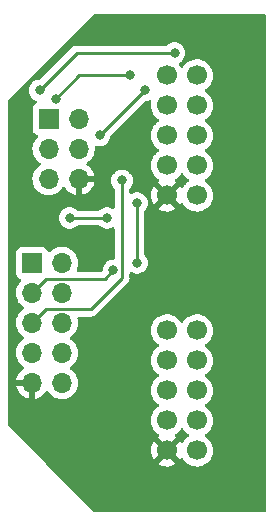
<source format=gbr>
G04 #@! TF.GenerationSoftware,KiCad,Pcbnew,(6.0.0)*
G04 #@! TF.CreationDate,2022-01-07T01:25:47-05:00*
G04 #@! TF.ProjectId,SKR-Mini_Screen,534b522d-4d69-46e6-995f-53637265656e,rev?*
G04 #@! TF.SameCoordinates,Original*
G04 #@! TF.FileFunction,Copper,L2,Bot*
G04 #@! TF.FilePolarity,Positive*
%FSLAX46Y46*%
G04 Gerber Fmt 4.6, Leading zero omitted, Abs format (unit mm)*
G04 Created by KiCad (PCBNEW (6.0.0)) date 2022-01-07 01:25:47*
%MOMM*%
%LPD*%
G01*
G04 APERTURE LIST*
G04 #@! TA.AperFunction,ComponentPad*
%ADD10C,1.700000*%
G04 #@! TD*
G04 #@! TA.AperFunction,ComponentPad*
%ADD11O,1.700000X1.700000*%
G04 #@! TD*
G04 #@! TA.AperFunction,ComponentPad*
%ADD12R,1.700000X1.700000*%
G04 #@! TD*
G04 #@! TA.AperFunction,ViaPad*
%ADD13C,0.800000*%
G04 #@! TD*
G04 #@! TA.AperFunction,Conductor*
%ADD14C,0.250000*%
G04 #@! TD*
G04 APERTURE END LIST*
D10*
X139700000Y-100965000D03*
X137160000Y-100965000D03*
X139700000Y-98425000D03*
X137160000Y-98425000D03*
X139700000Y-95885000D03*
X137160000Y-95885000D03*
X139700000Y-93345000D03*
X137160000Y-93345000D03*
X139700000Y-90805000D03*
X137160000Y-90805000D03*
X139700000Y-122555000D03*
X137160000Y-122555000D03*
X139700000Y-120015000D03*
X137160000Y-120015000D03*
X139700000Y-117475000D03*
X137160000Y-117475000D03*
X139700000Y-114935000D03*
X137160000Y-114935000D03*
X139700000Y-112395000D03*
X137160000Y-112395000D03*
D11*
X128270000Y-116840000D03*
X125730000Y-116840000D03*
X128270000Y-114300000D03*
X125730000Y-114300000D03*
X128270000Y-111760000D03*
X125730000Y-111760000D03*
X128270000Y-109220000D03*
X125730000Y-109220000D03*
X128270000Y-106680000D03*
D12*
X125730000Y-106680000D03*
D11*
X129673000Y-99568000D03*
X127133000Y-99568000D03*
X129673000Y-97028000D03*
X127133000Y-97028000D03*
X129673000Y-94488000D03*
D12*
X127133000Y-94488000D03*
D13*
X133350000Y-99695000D03*
X132625000Y-107315000D03*
X134620000Y-106680000D03*
X134620000Y-101600000D03*
X131445000Y-95885000D03*
X135255000Y-92075000D03*
X137795000Y-88900000D03*
X126365000Y-92075000D03*
X133985000Y-90805000D03*
X127723000Y-92798000D03*
X132080000Y-102870000D03*
X128905000Y-102870000D03*
D14*
X126579999Y-110910001D02*
X125730000Y-111760000D01*
X133350000Y-99695000D02*
X133350000Y-107951410D01*
X126905001Y-110584999D02*
X126579999Y-110910001D01*
X133350000Y-107951410D02*
X130716411Y-110584999D01*
X130716411Y-110584999D02*
X126905001Y-110584999D01*
X131895001Y-108044999D02*
X132625000Y-107315000D01*
X125730000Y-109220000D02*
X126905001Y-108044999D01*
X126905001Y-108044999D02*
X131895001Y-108044999D01*
X134620000Y-106680000D02*
X134620000Y-101600000D01*
X131445000Y-95885000D02*
X135255000Y-92075000D01*
X129540000Y-88900000D02*
X126365000Y-92075000D01*
X137795000Y-88900000D02*
X129540000Y-88900000D01*
X129716000Y-90805000D02*
X133985000Y-90805000D01*
X127723000Y-92798000D02*
X129716000Y-90805000D01*
X128905000Y-102870000D02*
X132080000Y-102870000D01*
G04 #@! TA.AperFunction,Conductor*
G36*
X145484121Y-85618002D02*
G01*
X145530614Y-85671658D01*
X145542000Y-85724000D01*
X145542000Y-127636000D01*
X145521998Y-127704121D01*
X145468342Y-127750614D01*
X145416000Y-127762000D01*
X131072610Y-127762000D01*
X131004489Y-127741998D01*
X130983515Y-127725095D01*
X126938273Y-123679853D01*
X136399977Y-123679853D01*
X136405258Y-123686907D01*
X136566756Y-123781279D01*
X136576042Y-123785729D01*
X136775001Y-123861703D01*
X136784899Y-123864579D01*
X136993595Y-123907038D01*
X137003823Y-123908257D01*
X137216650Y-123916062D01*
X137226936Y-123915595D01*
X137438185Y-123888534D01*
X137448262Y-123886392D01*
X137652255Y-123825191D01*
X137661842Y-123821433D01*
X137853098Y-123727738D01*
X137861944Y-123722465D01*
X137909247Y-123688723D01*
X137917648Y-123678023D01*
X137910660Y-123664870D01*
X137172812Y-122927022D01*
X137158868Y-122919408D01*
X137157035Y-122919539D01*
X137150420Y-122923790D01*
X136406737Y-123667473D01*
X136399977Y-123679853D01*
X126938273Y-123679853D01*
X125785283Y-122526863D01*
X135798050Y-122526863D01*
X135810309Y-122739477D01*
X135811745Y-122749697D01*
X135858565Y-122957446D01*
X135861645Y-122967275D01*
X135941770Y-123164603D01*
X135946413Y-123173794D01*
X136026460Y-123304420D01*
X136036916Y-123313880D01*
X136045694Y-123310096D01*
X136787978Y-122567812D01*
X136795592Y-122553868D01*
X136795461Y-122552035D01*
X136791210Y-122545420D01*
X136049849Y-121804059D01*
X136038313Y-121797759D01*
X136026031Y-121807382D01*
X135978089Y-121877662D01*
X135973004Y-121886613D01*
X135883338Y-122079783D01*
X135879775Y-122089470D01*
X135822864Y-122294681D01*
X135820933Y-122304800D01*
X135798302Y-122516574D01*
X135798050Y-122526863D01*
X125785283Y-122526863D01*
X123734905Y-120476485D01*
X123700879Y-120414173D01*
X123698000Y-120387390D01*
X123698000Y-119981695D01*
X135797251Y-119981695D01*
X135797548Y-119986848D01*
X135797548Y-119986851D01*
X135803011Y-120081590D01*
X135810110Y-120204715D01*
X135811247Y-120209761D01*
X135811248Y-120209767D01*
X135831119Y-120297939D01*
X135859222Y-120422639D01*
X135943266Y-120629616D01*
X135987512Y-120701819D01*
X136057291Y-120815688D01*
X136059987Y-120820088D01*
X136206250Y-120988938D01*
X136378126Y-121131632D01*
X136451445Y-121174476D01*
X136451955Y-121174774D01*
X136500679Y-121226412D01*
X136513750Y-121296195D01*
X136487019Y-121361967D01*
X136446562Y-121395327D01*
X136438460Y-121399544D01*
X136429734Y-121405039D01*
X136409677Y-121420099D01*
X136401223Y-121431427D01*
X136407968Y-121443758D01*
X137147188Y-122182978D01*
X137161132Y-122190592D01*
X137162965Y-122190461D01*
X137169580Y-122186210D01*
X137913389Y-121442401D01*
X137920410Y-121429544D01*
X137913611Y-121420213D01*
X137909559Y-121417521D01*
X137872602Y-121397120D01*
X137822631Y-121346687D01*
X137807859Y-121277245D01*
X137832975Y-121210839D01*
X137860327Y-121184232D01*
X137883797Y-121167491D01*
X138039860Y-121056173D01*
X138198096Y-120898489D01*
X138257594Y-120815689D01*
X138328453Y-120717077D01*
X138329776Y-120718028D01*
X138376645Y-120674857D01*
X138446580Y-120662625D01*
X138512026Y-120690144D01*
X138539875Y-120721994D01*
X138599987Y-120820088D01*
X138746250Y-120988938D01*
X138918126Y-121131632D01*
X138988595Y-121172811D01*
X138991445Y-121174476D01*
X139040169Y-121226114D01*
X139053240Y-121295897D01*
X139026509Y-121361669D01*
X138986055Y-121395027D01*
X138973607Y-121401507D01*
X138969474Y-121404610D01*
X138969471Y-121404612D01*
X138799100Y-121532530D01*
X138794965Y-121535635D01*
X138640629Y-121697138D01*
X138567693Y-121804059D01*
X138532898Y-121855066D01*
X138477987Y-121900069D01*
X138407462Y-121908240D01*
X138343715Y-121876986D01*
X138323017Y-121852501D01*
X138293062Y-121806197D01*
X138282377Y-121796995D01*
X138272812Y-121801398D01*
X137532022Y-122542188D01*
X137524408Y-122556132D01*
X137524539Y-122557965D01*
X137528790Y-122564580D01*
X138270474Y-123306264D01*
X138282484Y-123312823D01*
X138294223Y-123303855D01*
X138328022Y-123256819D01*
X138329277Y-123257721D01*
X138376391Y-123214355D01*
X138446330Y-123202148D01*
X138511767Y-123229691D01*
X138539580Y-123261513D01*
X138597287Y-123355683D01*
X138597291Y-123355688D01*
X138599987Y-123360088D01*
X138746250Y-123528938D01*
X138918126Y-123671632D01*
X139111000Y-123784338D01*
X139319692Y-123864030D01*
X139324760Y-123865061D01*
X139324763Y-123865062D01*
X139429604Y-123886392D01*
X139538597Y-123908567D01*
X139543772Y-123908757D01*
X139543774Y-123908757D01*
X139756673Y-123916564D01*
X139756677Y-123916564D01*
X139761837Y-123916753D01*
X139766957Y-123916097D01*
X139766959Y-123916097D01*
X139978288Y-123889025D01*
X139978289Y-123889025D01*
X139983416Y-123888368D01*
X139988366Y-123886883D01*
X140192429Y-123825661D01*
X140192434Y-123825659D01*
X140197384Y-123824174D01*
X140397994Y-123725896D01*
X140579860Y-123596173D01*
X140738096Y-123438489D01*
X140868453Y-123257077D01*
X140889568Y-123214355D01*
X140965136Y-123061453D01*
X140965137Y-123061451D01*
X140967430Y-123056811D01*
X141032370Y-122843069D01*
X141061529Y-122621590D01*
X141063156Y-122555000D01*
X141044852Y-122332361D01*
X140990431Y-122115702D01*
X140901354Y-121910840D01*
X140780014Y-121723277D01*
X140629670Y-121558051D01*
X140625619Y-121554852D01*
X140625615Y-121554848D01*
X140458414Y-121422800D01*
X140458410Y-121422798D01*
X140454359Y-121419598D01*
X140413053Y-121396796D01*
X140363084Y-121346364D01*
X140348312Y-121276921D01*
X140373428Y-121210516D01*
X140400780Y-121183909D01*
X140444603Y-121152650D01*
X140579860Y-121056173D01*
X140738096Y-120898489D01*
X140797594Y-120815689D01*
X140865435Y-120721277D01*
X140868453Y-120717077D01*
X140883577Y-120686477D01*
X140965136Y-120521453D01*
X140965137Y-120521451D01*
X140967430Y-120516811D01*
X141032370Y-120303069D01*
X141061529Y-120081590D01*
X141063156Y-120015000D01*
X141044852Y-119792361D01*
X140990431Y-119575702D01*
X140901354Y-119370840D01*
X140780014Y-119183277D01*
X140629670Y-119018051D01*
X140625619Y-119014852D01*
X140625615Y-119014848D01*
X140458414Y-118882800D01*
X140458410Y-118882798D01*
X140454359Y-118879598D01*
X140413053Y-118856796D01*
X140363084Y-118806364D01*
X140348312Y-118736921D01*
X140373428Y-118670516D01*
X140400780Y-118643909D01*
X140444603Y-118612650D01*
X140579860Y-118516173D01*
X140738096Y-118358489D01*
X140797594Y-118275689D01*
X140865435Y-118181277D01*
X140868453Y-118177077D01*
X140872243Y-118169410D01*
X140965136Y-117981453D01*
X140965137Y-117981451D01*
X140967430Y-117976811D01*
X141032370Y-117763069D01*
X141061529Y-117541590D01*
X141061611Y-117538240D01*
X141063074Y-117478365D01*
X141063074Y-117478361D01*
X141063156Y-117475000D01*
X141044852Y-117252361D01*
X140990431Y-117035702D01*
X140901354Y-116830840D01*
X140824473Y-116712000D01*
X140782822Y-116647617D01*
X140782820Y-116647614D01*
X140780014Y-116643277D01*
X140629670Y-116478051D01*
X140625619Y-116474852D01*
X140625615Y-116474848D01*
X140458414Y-116342800D01*
X140458410Y-116342798D01*
X140454359Y-116339598D01*
X140413053Y-116316796D01*
X140363084Y-116266364D01*
X140348312Y-116196921D01*
X140373428Y-116130516D01*
X140400780Y-116103909D01*
X140444603Y-116072650D01*
X140579860Y-115976173D01*
X140738096Y-115818489D01*
X140797594Y-115735689D01*
X140865435Y-115641277D01*
X140868453Y-115637077D01*
X140889320Y-115594857D01*
X140965136Y-115441453D01*
X140965137Y-115441451D01*
X140967430Y-115436811D01*
X141032370Y-115223069D01*
X141061529Y-115001590D01*
X141061611Y-114998240D01*
X141063074Y-114938365D01*
X141063074Y-114938361D01*
X141063156Y-114935000D01*
X141044852Y-114712361D01*
X140990431Y-114495702D01*
X140901354Y-114290840D01*
X140780014Y-114103277D01*
X140629670Y-113938051D01*
X140625619Y-113934852D01*
X140625615Y-113934848D01*
X140458414Y-113802800D01*
X140458410Y-113802798D01*
X140454359Y-113799598D01*
X140413053Y-113776796D01*
X140363084Y-113726364D01*
X140348312Y-113656921D01*
X140373428Y-113590516D01*
X140400780Y-113563909D01*
X140444603Y-113532650D01*
X140579860Y-113436173D01*
X140738096Y-113278489D01*
X140797594Y-113195689D01*
X140865435Y-113101277D01*
X140868453Y-113097077D01*
X140889320Y-113054857D01*
X140965136Y-112901453D01*
X140965137Y-112901451D01*
X140967430Y-112896811D01*
X141032370Y-112683069D01*
X141061529Y-112461590D01*
X141061611Y-112458240D01*
X141063074Y-112398365D01*
X141063074Y-112398361D01*
X141063156Y-112395000D01*
X141044852Y-112172361D01*
X140990431Y-111955702D01*
X140901354Y-111750840D01*
X140780014Y-111563277D01*
X140629670Y-111398051D01*
X140625619Y-111394852D01*
X140625615Y-111394848D01*
X140458414Y-111262800D01*
X140458410Y-111262798D01*
X140454359Y-111259598D01*
X140258789Y-111151638D01*
X140253920Y-111149914D01*
X140253916Y-111149912D01*
X140053087Y-111078795D01*
X140053083Y-111078794D01*
X140048212Y-111077069D01*
X140043119Y-111076162D01*
X140043116Y-111076161D01*
X139833373Y-111038800D01*
X139833367Y-111038799D01*
X139828284Y-111037894D01*
X139754452Y-111036992D01*
X139610081Y-111035228D01*
X139610079Y-111035228D01*
X139604911Y-111035165D01*
X139384091Y-111068955D01*
X139171756Y-111138357D01*
X139141443Y-111154137D01*
X139018760Y-111218002D01*
X138973607Y-111241507D01*
X138969474Y-111244610D01*
X138969471Y-111244612D01*
X138903297Y-111294297D01*
X138794965Y-111375635D01*
X138640629Y-111537138D01*
X138533201Y-111694621D01*
X138478293Y-111739621D01*
X138407768Y-111747792D01*
X138344021Y-111716538D01*
X138323324Y-111692054D01*
X138242822Y-111567617D01*
X138242820Y-111567614D01*
X138240014Y-111563277D01*
X138089670Y-111398051D01*
X138085619Y-111394852D01*
X138085615Y-111394848D01*
X137918414Y-111262800D01*
X137918410Y-111262798D01*
X137914359Y-111259598D01*
X137718789Y-111151638D01*
X137713920Y-111149914D01*
X137713916Y-111149912D01*
X137513087Y-111078795D01*
X137513083Y-111078794D01*
X137508212Y-111077069D01*
X137503119Y-111076162D01*
X137503116Y-111076161D01*
X137293373Y-111038800D01*
X137293367Y-111038799D01*
X137288284Y-111037894D01*
X137214452Y-111036992D01*
X137070081Y-111035228D01*
X137070079Y-111035228D01*
X137064911Y-111035165D01*
X136844091Y-111068955D01*
X136631756Y-111138357D01*
X136601443Y-111154137D01*
X136478760Y-111218002D01*
X136433607Y-111241507D01*
X136429474Y-111244610D01*
X136429471Y-111244612D01*
X136363297Y-111294297D01*
X136254965Y-111375635D01*
X136100629Y-111537138D01*
X135974743Y-111721680D01*
X135880688Y-111924305D01*
X135820989Y-112139570D01*
X135797251Y-112361695D01*
X135797548Y-112366848D01*
X135797548Y-112366851D01*
X135803011Y-112461590D01*
X135810110Y-112584715D01*
X135811247Y-112589761D01*
X135811248Y-112589767D01*
X135831119Y-112677939D01*
X135859222Y-112802639D01*
X135943266Y-113009616D01*
X135993361Y-113091364D01*
X136057291Y-113195688D01*
X136059987Y-113200088D01*
X136206250Y-113368938D01*
X136378126Y-113511632D01*
X136448595Y-113552811D01*
X136451445Y-113554476D01*
X136500169Y-113606114D01*
X136513240Y-113675897D01*
X136486509Y-113741669D01*
X136446055Y-113775027D01*
X136433607Y-113781507D01*
X136429474Y-113784610D01*
X136429471Y-113784612D01*
X136259100Y-113912530D01*
X136254965Y-113915635D01*
X136100629Y-114077138D01*
X135974743Y-114261680D01*
X135880688Y-114464305D01*
X135820989Y-114679570D01*
X135797251Y-114901695D01*
X135797548Y-114906848D01*
X135797548Y-114906851D01*
X135803011Y-115001590D01*
X135810110Y-115124715D01*
X135811247Y-115129761D01*
X135811248Y-115129767D01*
X135831119Y-115217939D01*
X135859222Y-115342639D01*
X135943266Y-115549616D01*
X135993361Y-115631364D01*
X136057291Y-115735688D01*
X136059987Y-115740088D01*
X136206250Y-115908938D01*
X136378126Y-116051632D01*
X136448595Y-116092811D01*
X136451445Y-116094476D01*
X136500169Y-116146114D01*
X136513240Y-116215897D01*
X136486509Y-116281669D01*
X136446055Y-116315027D01*
X136433607Y-116321507D01*
X136429474Y-116324610D01*
X136429471Y-116324612D01*
X136259100Y-116452530D01*
X136254965Y-116455635D01*
X136100629Y-116617138D01*
X136097720Y-116621403D01*
X136097714Y-116621411D01*
X136012556Y-116746249D01*
X135974743Y-116801680D01*
X135880688Y-117004305D01*
X135820989Y-117219570D01*
X135797251Y-117441695D01*
X135797548Y-117446848D01*
X135797548Y-117446851D01*
X135808707Y-117640388D01*
X135810110Y-117664715D01*
X135811247Y-117669761D01*
X135811248Y-117669767D01*
X135831119Y-117757939D01*
X135859222Y-117882639D01*
X135943266Y-118089616D01*
X135985488Y-118158517D01*
X136057291Y-118275688D01*
X136059987Y-118280088D01*
X136206250Y-118448938D01*
X136378126Y-118591632D01*
X136448595Y-118632811D01*
X136451445Y-118634476D01*
X136500169Y-118686114D01*
X136513240Y-118755897D01*
X136486509Y-118821669D01*
X136446055Y-118855027D01*
X136433607Y-118861507D01*
X136429474Y-118864610D01*
X136429471Y-118864612D01*
X136405247Y-118882800D01*
X136254965Y-118995635D01*
X136100629Y-119157138D01*
X135974743Y-119341680D01*
X135880688Y-119544305D01*
X135820989Y-119759570D01*
X135797251Y-119981695D01*
X123698000Y-119981695D01*
X123698000Y-117107966D01*
X124398257Y-117107966D01*
X124428565Y-117242446D01*
X124431645Y-117252275D01*
X124511770Y-117449603D01*
X124516413Y-117458794D01*
X124627694Y-117640388D01*
X124633777Y-117648699D01*
X124773213Y-117809667D01*
X124780580Y-117816883D01*
X124944434Y-117952916D01*
X124952881Y-117958831D01*
X125136756Y-118066279D01*
X125146042Y-118070729D01*
X125345001Y-118146703D01*
X125354899Y-118149579D01*
X125458250Y-118170606D01*
X125472299Y-118169410D01*
X125476000Y-118159065D01*
X125476000Y-117112115D01*
X125471525Y-117096876D01*
X125470135Y-117095671D01*
X125462452Y-117094000D01*
X124413225Y-117094000D01*
X124399694Y-117097973D01*
X124398257Y-117107966D01*
X123698000Y-117107966D01*
X123698000Y-114266695D01*
X124367251Y-114266695D01*
X124367548Y-114271848D01*
X124367548Y-114271851D01*
X124373011Y-114366590D01*
X124380110Y-114489715D01*
X124381247Y-114494761D01*
X124381248Y-114494767D01*
X124381459Y-114495702D01*
X124429222Y-114707639D01*
X124513266Y-114914616D01*
X124564019Y-114997438D01*
X124627291Y-115100688D01*
X124629987Y-115105088D01*
X124776250Y-115273938D01*
X124948126Y-115416632D01*
X124990602Y-115441453D01*
X125021955Y-115459774D01*
X125070679Y-115511412D01*
X125083750Y-115581195D01*
X125057019Y-115646967D01*
X125016562Y-115680327D01*
X125008457Y-115684546D01*
X124999738Y-115690036D01*
X124829433Y-115817905D01*
X124821726Y-115824748D01*
X124674590Y-115978717D01*
X124668104Y-115986727D01*
X124548098Y-116162649D01*
X124543000Y-116171623D01*
X124453338Y-116364783D01*
X124449775Y-116374470D01*
X124394389Y-116574183D01*
X124395912Y-116582607D01*
X124408292Y-116586000D01*
X125858000Y-116586000D01*
X125926121Y-116606002D01*
X125972614Y-116659658D01*
X125984000Y-116712000D01*
X125984000Y-118158517D01*
X125988064Y-118172359D01*
X126001478Y-118174393D01*
X126008184Y-118173534D01*
X126018262Y-118171392D01*
X126222255Y-118110191D01*
X126231842Y-118106433D01*
X126423095Y-118012739D01*
X126431945Y-118007464D01*
X126605328Y-117883792D01*
X126613200Y-117877139D01*
X126764052Y-117726812D01*
X126770730Y-117718965D01*
X126898022Y-117541819D01*
X126899279Y-117542722D01*
X126946373Y-117499362D01*
X127016311Y-117487145D01*
X127081751Y-117514678D01*
X127109579Y-117546511D01*
X127169987Y-117645088D01*
X127316250Y-117813938D01*
X127488126Y-117956632D01*
X127681000Y-118069338D01*
X127685825Y-118071180D01*
X127685826Y-118071181D01*
X127758612Y-118098975D01*
X127889692Y-118149030D01*
X127894760Y-118150061D01*
X127894763Y-118150062D01*
X127989862Y-118169410D01*
X128108597Y-118193567D01*
X128113772Y-118193757D01*
X128113774Y-118193757D01*
X128326673Y-118201564D01*
X128326677Y-118201564D01*
X128331837Y-118201753D01*
X128336957Y-118201097D01*
X128336959Y-118201097D01*
X128548288Y-118174025D01*
X128548289Y-118174025D01*
X128553416Y-118173368D01*
X128558366Y-118171883D01*
X128762429Y-118110661D01*
X128762434Y-118110659D01*
X128767384Y-118109174D01*
X128967994Y-118010896D01*
X129149860Y-117881173D01*
X129308096Y-117723489D01*
X129438453Y-117542077D01*
X129451995Y-117514678D01*
X129535136Y-117346453D01*
X129535137Y-117346451D01*
X129537430Y-117341811D01*
X129602370Y-117128069D01*
X129631529Y-116906590D01*
X129633156Y-116840000D01*
X129614852Y-116617361D01*
X129560431Y-116400702D01*
X129471354Y-116195840D01*
X129350014Y-116008277D01*
X129199670Y-115843051D01*
X129195619Y-115839852D01*
X129195615Y-115839848D01*
X129028414Y-115707800D01*
X129028410Y-115707798D01*
X129024359Y-115704598D01*
X128983053Y-115681796D01*
X128933084Y-115631364D01*
X128918312Y-115561921D01*
X128943428Y-115495516D01*
X128970780Y-115468909D01*
X129035591Y-115422680D01*
X129149860Y-115341173D01*
X129308096Y-115183489D01*
X129367594Y-115100689D01*
X129435435Y-115006277D01*
X129438453Y-115002077D01*
X129459320Y-114959857D01*
X129535136Y-114806453D01*
X129535137Y-114806451D01*
X129537430Y-114801811D01*
X129602370Y-114588069D01*
X129631529Y-114366590D01*
X129633156Y-114300000D01*
X129614852Y-114077361D01*
X129560431Y-113860702D01*
X129471354Y-113655840D01*
X129350014Y-113468277D01*
X129199670Y-113303051D01*
X129195619Y-113299852D01*
X129195615Y-113299848D01*
X129028414Y-113167800D01*
X129028410Y-113167798D01*
X129024359Y-113164598D01*
X128983053Y-113141796D01*
X128933084Y-113091364D01*
X128918312Y-113021921D01*
X128943428Y-112955516D01*
X128970780Y-112928909D01*
X129035591Y-112882680D01*
X129149860Y-112801173D01*
X129308096Y-112643489D01*
X129367594Y-112560689D01*
X129435435Y-112466277D01*
X129438453Y-112462077D01*
X129459320Y-112419857D01*
X129535136Y-112266453D01*
X129535137Y-112266451D01*
X129537430Y-112261811D01*
X129602370Y-112048069D01*
X129631529Y-111826590D01*
X129633156Y-111760000D01*
X129614852Y-111537361D01*
X129607906Y-111509707D01*
X129574119Y-111375194D01*
X129576923Y-111304253D01*
X129617636Y-111246090D01*
X129683332Y-111219171D01*
X129696323Y-111218499D01*
X130637644Y-111218499D01*
X130648827Y-111219026D01*
X130656320Y-111220701D01*
X130664246Y-111220452D01*
X130664247Y-111220452D01*
X130724397Y-111218561D01*
X130728356Y-111218499D01*
X130756267Y-111218499D01*
X130760202Y-111218002D01*
X130760267Y-111217994D01*
X130772104Y-111217061D01*
X130804362Y-111216047D01*
X130808381Y-111215921D01*
X130816300Y-111215672D01*
X130835754Y-111210020D01*
X130855111Y-111206012D01*
X130867341Y-111204467D01*
X130867342Y-111204467D01*
X130875208Y-111203473D01*
X130882579Y-111200554D01*
X130882581Y-111200554D01*
X130916323Y-111187195D01*
X130927553Y-111183350D01*
X130962394Y-111173228D01*
X130962395Y-111173228D01*
X130970004Y-111171017D01*
X130976823Y-111166984D01*
X130976828Y-111166982D01*
X130987439Y-111160706D01*
X131005187Y-111152011D01*
X131024028Y-111144551D01*
X131032554Y-111138357D01*
X131059798Y-111118563D01*
X131069718Y-111112047D01*
X131100946Y-111093579D01*
X131100949Y-111093577D01*
X131107773Y-111089541D01*
X131122094Y-111075220D01*
X131137128Y-111062379D01*
X131147105Y-111055130D01*
X131153518Y-111050471D01*
X131181709Y-111016394D01*
X131189699Y-111007615D01*
X133742247Y-108455067D01*
X133750537Y-108447523D01*
X133757018Y-108443410D01*
X133803659Y-108393742D01*
X133806413Y-108390901D01*
X133826134Y-108371180D01*
X133828612Y-108367985D01*
X133836318Y-108358963D01*
X133861158Y-108332511D01*
X133866586Y-108326731D01*
X133876346Y-108308978D01*
X133887199Y-108292455D01*
X133894753Y-108282716D01*
X133899613Y-108276451D01*
X133917176Y-108235867D01*
X133922383Y-108225237D01*
X133943695Y-108186470D01*
X133945666Y-108178793D01*
X133945668Y-108178788D01*
X133948732Y-108166852D01*
X133955138Y-108148140D01*
X133960033Y-108136829D01*
X133963181Y-108129555D01*
X133964421Y-108121727D01*
X133964423Y-108121720D01*
X133970099Y-108085886D01*
X133972505Y-108074266D01*
X133981528Y-108039121D01*
X133981528Y-108039120D01*
X133983500Y-108031440D01*
X133983500Y-108011186D01*
X133985051Y-107991475D01*
X133986980Y-107979296D01*
X133988220Y-107971467D01*
X133984059Y-107927448D01*
X133983500Y-107915591D01*
X133983500Y-107584782D01*
X134003502Y-107516661D01*
X134057158Y-107470168D01*
X134127432Y-107460064D01*
X134162730Y-107472282D01*
X134163248Y-107471118D01*
X134337712Y-107548794D01*
X134431113Y-107568647D01*
X134518056Y-107587128D01*
X134518061Y-107587128D01*
X134524513Y-107588500D01*
X134715487Y-107588500D01*
X134721939Y-107587128D01*
X134721944Y-107587128D01*
X134808888Y-107568647D01*
X134902288Y-107548794D01*
X134908319Y-107546109D01*
X135070722Y-107473803D01*
X135070724Y-107473802D01*
X135076752Y-107471118D01*
X135091967Y-107460064D01*
X135221135Y-107366217D01*
X135231253Y-107358866D01*
X135235675Y-107353955D01*
X135354621Y-107221852D01*
X135354622Y-107221851D01*
X135359040Y-107216944D01*
X135454527Y-107051556D01*
X135513542Y-106869928D01*
X135526157Y-106749908D01*
X135532814Y-106686565D01*
X135533504Y-106680000D01*
X135528485Y-106632251D01*
X135514232Y-106496635D01*
X135514232Y-106496633D01*
X135513542Y-106490072D01*
X135454527Y-106308444D01*
X135438394Y-106280500D01*
X135362341Y-106148774D01*
X135359040Y-106143056D01*
X135285863Y-106061785D01*
X135255147Y-105997779D01*
X135253500Y-105977476D01*
X135253500Y-102302524D01*
X135273502Y-102234403D01*
X135285858Y-102218221D01*
X135359040Y-102136944D01*
X135386228Y-102089853D01*
X136399977Y-102089853D01*
X136405258Y-102096907D01*
X136566756Y-102191279D01*
X136576042Y-102195729D01*
X136775001Y-102271703D01*
X136784899Y-102274579D01*
X136993595Y-102317038D01*
X137003823Y-102318257D01*
X137216650Y-102326062D01*
X137226936Y-102325595D01*
X137438185Y-102298534D01*
X137448262Y-102296392D01*
X137652255Y-102235191D01*
X137661842Y-102231433D01*
X137853098Y-102137738D01*
X137861944Y-102132465D01*
X137909247Y-102098723D01*
X137917648Y-102088023D01*
X137910660Y-102074870D01*
X137172812Y-101337022D01*
X137158868Y-101329408D01*
X137157035Y-101329539D01*
X137150420Y-101333790D01*
X136406737Y-102077473D01*
X136399977Y-102089853D01*
X135386228Y-102089853D01*
X135417314Y-102036010D01*
X135451223Y-101977279D01*
X135451224Y-101977278D01*
X135454527Y-101971556D01*
X135513542Y-101789928D01*
X135521538Y-101713855D01*
X135532814Y-101606565D01*
X135533504Y-101600000D01*
X135519993Y-101471453D01*
X135514232Y-101416635D01*
X135514232Y-101416633D01*
X135513542Y-101410072D01*
X135454527Y-101228444D01*
X135359040Y-101063056D01*
X135333696Y-101034908D01*
X135245416Y-100936863D01*
X135798050Y-100936863D01*
X135810309Y-101149477D01*
X135811745Y-101159697D01*
X135858565Y-101367446D01*
X135861645Y-101377275D01*
X135941770Y-101574603D01*
X135946413Y-101583794D01*
X136026460Y-101714420D01*
X136036916Y-101723880D01*
X136045694Y-101720096D01*
X136787978Y-100977812D01*
X136795592Y-100963868D01*
X136795461Y-100962035D01*
X136791210Y-100955420D01*
X136049849Y-100214059D01*
X136038313Y-100207759D01*
X136026031Y-100217382D01*
X135978089Y-100287662D01*
X135973004Y-100296613D01*
X135883338Y-100489783D01*
X135879775Y-100499470D01*
X135822864Y-100704681D01*
X135820933Y-100714800D01*
X135798302Y-100926574D01*
X135798050Y-100936863D01*
X135245416Y-100936863D01*
X135235675Y-100926045D01*
X135235674Y-100926044D01*
X135231253Y-100921134D01*
X135117092Y-100838191D01*
X135082094Y-100812763D01*
X135082093Y-100812762D01*
X135076752Y-100808882D01*
X135070724Y-100806198D01*
X135070722Y-100806197D01*
X134908319Y-100733891D01*
X134908318Y-100733891D01*
X134902288Y-100731206D01*
X134800499Y-100709570D01*
X134721944Y-100692872D01*
X134721939Y-100692872D01*
X134715487Y-100691500D01*
X134524513Y-100691500D01*
X134518061Y-100692872D01*
X134518056Y-100692872D01*
X134439501Y-100709570D01*
X134337712Y-100731206D01*
X134331682Y-100733891D01*
X134331681Y-100733891D01*
X134312657Y-100742361D01*
X134163248Y-100808882D01*
X134162323Y-100806804D01*
X134103512Y-100821076D01*
X134036419Y-100797859D01*
X133992528Y-100742055D01*
X133983500Y-100695218D01*
X133983500Y-100397524D01*
X134003502Y-100329403D01*
X134015858Y-100313221D01*
X134089040Y-100231944D01*
X134161097Y-100107138D01*
X134181223Y-100072279D01*
X134181224Y-100072278D01*
X134184527Y-100066556D01*
X134243542Y-99884928D01*
X134246067Y-99860910D01*
X134262814Y-99701565D01*
X134263504Y-99695000D01*
X134257155Y-99634590D01*
X134244232Y-99511635D01*
X134244232Y-99511633D01*
X134243542Y-99505072D01*
X134184527Y-99323444D01*
X134179075Y-99314000D01*
X134092341Y-99163774D01*
X134089040Y-99158056D01*
X134067268Y-99133875D01*
X133965675Y-99021045D01*
X133965674Y-99021044D01*
X133961253Y-99016134D01*
X133834222Y-98923840D01*
X133812094Y-98907763D01*
X133812093Y-98907762D01*
X133806752Y-98903882D01*
X133800724Y-98901198D01*
X133800722Y-98901197D01*
X133638319Y-98828891D01*
X133638318Y-98828891D01*
X133632288Y-98826206D01*
X133538888Y-98806353D01*
X133451944Y-98787872D01*
X133451939Y-98787872D01*
X133445487Y-98786500D01*
X133254513Y-98786500D01*
X133248061Y-98787872D01*
X133248056Y-98787872D01*
X133161113Y-98806353D01*
X133067712Y-98826206D01*
X133061682Y-98828891D01*
X133061681Y-98828891D01*
X132899278Y-98901197D01*
X132899276Y-98901198D01*
X132893248Y-98903882D01*
X132887907Y-98907762D01*
X132887906Y-98907763D01*
X132865778Y-98923840D01*
X132738747Y-99016134D01*
X132734326Y-99021044D01*
X132734325Y-99021045D01*
X132632733Y-99133875D01*
X132610960Y-99158056D01*
X132607659Y-99163774D01*
X132520926Y-99314000D01*
X132515473Y-99323444D01*
X132456458Y-99505072D01*
X132455768Y-99511633D01*
X132455768Y-99511635D01*
X132442845Y-99634590D01*
X132436496Y-99695000D01*
X132437186Y-99701565D01*
X132453934Y-99860910D01*
X132456458Y-99884928D01*
X132515473Y-100066556D01*
X132518776Y-100072278D01*
X132518777Y-100072279D01*
X132538903Y-100107138D01*
X132610960Y-100231944D01*
X132684137Y-100313215D01*
X132714853Y-100377221D01*
X132716500Y-100397524D01*
X132716500Y-101965218D01*
X132696498Y-102033339D01*
X132642842Y-102079832D01*
X132572568Y-102089936D01*
X132537270Y-102077718D01*
X132536752Y-102078882D01*
X132368319Y-102003891D01*
X132368318Y-102003891D01*
X132362288Y-102001206D01*
X132249721Y-101977279D01*
X132181944Y-101962872D01*
X132181939Y-101962872D01*
X132175487Y-101961500D01*
X131984513Y-101961500D01*
X131978061Y-101962872D01*
X131978056Y-101962872D01*
X131910279Y-101977279D01*
X131797712Y-102001206D01*
X131791682Y-102003891D01*
X131791681Y-102003891D01*
X131629278Y-102076197D01*
X131629276Y-102076198D01*
X131623248Y-102078882D01*
X131617907Y-102082762D01*
X131617906Y-102082763D01*
X131548910Y-102132892D01*
X131468747Y-102191134D01*
X131464332Y-102196037D01*
X131459420Y-102200460D01*
X131458295Y-102199211D01*
X131404986Y-102232051D01*
X131371800Y-102236500D01*
X129613200Y-102236500D01*
X129545079Y-102216498D01*
X129525853Y-102200157D01*
X129525580Y-102200460D01*
X129520668Y-102196037D01*
X129516253Y-102191134D01*
X129436090Y-102132892D01*
X129367094Y-102082763D01*
X129367093Y-102082762D01*
X129361752Y-102078882D01*
X129355724Y-102076198D01*
X129355722Y-102076197D01*
X129193319Y-102003891D01*
X129193318Y-102003891D01*
X129187288Y-102001206D01*
X129074721Y-101977279D01*
X129006944Y-101962872D01*
X129006939Y-101962872D01*
X129000487Y-101961500D01*
X128809513Y-101961500D01*
X128803061Y-101962872D01*
X128803056Y-101962872D01*
X128735279Y-101977279D01*
X128622712Y-102001206D01*
X128616682Y-102003891D01*
X128616681Y-102003891D01*
X128454278Y-102076197D01*
X128454276Y-102076198D01*
X128448248Y-102078882D01*
X128442907Y-102082762D01*
X128442906Y-102082763D01*
X128423439Y-102096907D01*
X128293747Y-102191134D01*
X128289326Y-102196044D01*
X128289325Y-102196045D01*
X128180383Y-102317038D01*
X128165960Y-102333056D01*
X128070473Y-102498444D01*
X128011458Y-102680072D01*
X127991496Y-102870000D01*
X128011458Y-103059928D01*
X128070473Y-103241556D01*
X128165960Y-103406944D01*
X128293747Y-103548866D01*
X128448248Y-103661118D01*
X128454276Y-103663802D01*
X128454278Y-103663803D01*
X128616681Y-103736109D01*
X128622712Y-103738794D01*
X128716112Y-103758647D01*
X128803056Y-103777128D01*
X128803061Y-103777128D01*
X128809513Y-103778500D01*
X129000487Y-103778500D01*
X129006939Y-103777128D01*
X129006944Y-103777128D01*
X129093887Y-103758647D01*
X129187288Y-103738794D01*
X129193319Y-103736109D01*
X129355722Y-103663803D01*
X129355724Y-103663802D01*
X129361752Y-103661118D01*
X129516253Y-103548866D01*
X129520668Y-103543963D01*
X129525580Y-103539540D01*
X129526705Y-103540789D01*
X129580014Y-103507949D01*
X129613200Y-103503500D01*
X131371800Y-103503500D01*
X131439921Y-103523502D01*
X131459147Y-103539843D01*
X131459420Y-103539540D01*
X131464332Y-103543963D01*
X131468747Y-103548866D01*
X131623248Y-103661118D01*
X131629276Y-103663802D01*
X131629278Y-103663803D01*
X131791681Y-103736109D01*
X131797712Y-103738794D01*
X131891112Y-103758647D01*
X131978056Y-103777128D01*
X131978061Y-103777128D01*
X131984513Y-103778500D01*
X132175487Y-103778500D01*
X132181939Y-103777128D01*
X132181944Y-103777128D01*
X132268887Y-103758647D01*
X132362288Y-103738794D01*
X132386656Y-103727945D01*
X132536752Y-103661118D01*
X132537677Y-103663196D01*
X132596488Y-103648924D01*
X132663581Y-103672141D01*
X132707472Y-103727945D01*
X132716500Y-103774782D01*
X132716500Y-106280500D01*
X132696498Y-106348621D01*
X132642842Y-106395114D01*
X132590500Y-106406500D01*
X132529513Y-106406500D01*
X132523061Y-106407872D01*
X132523056Y-106407872D01*
X132436113Y-106426353D01*
X132342712Y-106446206D01*
X132336682Y-106448891D01*
X132336681Y-106448891D01*
X132174278Y-106521197D01*
X132174276Y-106521198D01*
X132168248Y-106523882D01*
X132013747Y-106636134D01*
X132009326Y-106641044D01*
X132009325Y-106641045D01*
X131911305Y-106749908D01*
X131885960Y-106778056D01*
X131790473Y-106943444D01*
X131731458Y-107125072D01*
X131730768Y-107131633D01*
X131730768Y-107131635D01*
X131714093Y-107290292D01*
X131687080Y-107355949D01*
X131677878Y-107366217D01*
X131669501Y-107374594D01*
X131607189Y-107408620D01*
X131580406Y-107411499D01*
X129626733Y-107411499D01*
X129558612Y-107391497D01*
X129512119Y-107337841D01*
X129502015Y-107267567D01*
X129513775Y-107229673D01*
X129517641Y-107221852D01*
X129537430Y-107181811D01*
X129602370Y-106968069D01*
X129631529Y-106746590D01*
X129633156Y-106680000D01*
X129614852Y-106457361D01*
X129560431Y-106240702D01*
X129471354Y-106035840D01*
X129350014Y-105848277D01*
X129199670Y-105683051D01*
X129195619Y-105679852D01*
X129195615Y-105679848D01*
X129028414Y-105547800D01*
X129028410Y-105547798D01*
X129024359Y-105544598D01*
X128828789Y-105436638D01*
X128823920Y-105434914D01*
X128823916Y-105434912D01*
X128623087Y-105363795D01*
X128623083Y-105363794D01*
X128618212Y-105362069D01*
X128613119Y-105361162D01*
X128613116Y-105361161D01*
X128403373Y-105323800D01*
X128403367Y-105323799D01*
X128398284Y-105322894D01*
X128324452Y-105321992D01*
X128180081Y-105320228D01*
X128180079Y-105320228D01*
X128174911Y-105320165D01*
X127954091Y-105353955D01*
X127741756Y-105423357D01*
X127543607Y-105526507D01*
X127539474Y-105529610D01*
X127539471Y-105529612D01*
X127369100Y-105657530D01*
X127364965Y-105660635D01*
X127308537Y-105719684D01*
X127284283Y-105745064D01*
X127222759Y-105780494D01*
X127151846Y-105777037D01*
X127094060Y-105735791D01*
X127075207Y-105702243D01*
X127033767Y-105591703D01*
X127030615Y-105583295D01*
X126943261Y-105466739D01*
X126826705Y-105379385D01*
X126690316Y-105328255D01*
X126628134Y-105321500D01*
X124831866Y-105321500D01*
X124769684Y-105328255D01*
X124633295Y-105379385D01*
X124516739Y-105466739D01*
X124429385Y-105583295D01*
X124378255Y-105719684D01*
X124371500Y-105781866D01*
X124371500Y-107578134D01*
X124378255Y-107640316D01*
X124429385Y-107776705D01*
X124516739Y-107893261D01*
X124633295Y-107980615D01*
X124641704Y-107983767D01*
X124641705Y-107983768D01*
X124750451Y-108024535D01*
X124807216Y-108067176D01*
X124831916Y-108133738D01*
X124816709Y-108203087D01*
X124797316Y-108229568D01*
X124670629Y-108362138D01*
X124667715Y-108366410D01*
X124667714Y-108366411D01*
X124619130Y-108437633D01*
X124544743Y-108546680D01*
X124542564Y-108551375D01*
X124470748Y-108706090D01*
X124450688Y-108749305D01*
X124390989Y-108964570D01*
X124367251Y-109186695D01*
X124367548Y-109191848D01*
X124367548Y-109191851D01*
X124373011Y-109286590D01*
X124380110Y-109409715D01*
X124381247Y-109414761D01*
X124381248Y-109414767D01*
X124401119Y-109502939D01*
X124429222Y-109627639D01*
X124513266Y-109834616D01*
X124515965Y-109839020D01*
X124583128Y-109948620D01*
X124629987Y-110025088D01*
X124776250Y-110193938D01*
X124948126Y-110336632D01*
X125018595Y-110377811D01*
X125021445Y-110379476D01*
X125070169Y-110431114D01*
X125083240Y-110500897D01*
X125056509Y-110566669D01*
X125016055Y-110600027D01*
X125003607Y-110606507D01*
X124999474Y-110609610D01*
X124999471Y-110609612D01*
X124829100Y-110737530D01*
X124824965Y-110740635D01*
X124670629Y-110902138D01*
X124544743Y-111086680D01*
X124507468Y-111166982D01*
X124465637Y-111257101D01*
X124450688Y-111289305D01*
X124390989Y-111504570D01*
X124367251Y-111726695D01*
X124367548Y-111731848D01*
X124367548Y-111731851D01*
X124373011Y-111826590D01*
X124380110Y-111949715D01*
X124381247Y-111954761D01*
X124381248Y-111954767D01*
X124381459Y-111955702D01*
X124429222Y-112167639D01*
X124513266Y-112374616D01*
X124564019Y-112457438D01*
X124627291Y-112560688D01*
X124629987Y-112565088D01*
X124776250Y-112733938D01*
X124948126Y-112876632D01*
X124990602Y-112901453D01*
X125021445Y-112919476D01*
X125070169Y-112971114D01*
X125083240Y-113040897D01*
X125056509Y-113106669D01*
X125016055Y-113140027D01*
X125003607Y-113146507D01*
X124999474Y-113149610D01*
X124999471Y-113149612D01*
X124833413Y-113274292D01*
X124824965Y-113280635D01*
X124821393Y-113284373D01*
X124679812Y-113432529D01*
X124670629Y-113442138D01*
X124544743Y-113626680D01*
X124450688Y-113829305D01*
X124390989Y-114044570D01*
X124367251Y-114266695D01*
X123698000Y-114266695D01*
X123698000Y-92972610D01*
X123718002Y-92904489D01*
X123734905Y-92883515D01*
X124543420Y-92075000D01*
X125451496Y-92075000D01*
X125452186Y-92081565D01*
X125470302Y-92253925D01*
X125471458Y-92264928D01*
X125530473Y-92446556D01*
X125533776Y-92452278D01*
X125533777Y-92452279D01*
X125553903Y-92487138D01*
X125625960Y-92611944D01*
X125630378Y-92616851D01*
X125630379Y-92616852D01*
X125749325Y-92748955D01*
X125753747Y-92753866D01*
X125767438Y-92763813D01*
X125894881Y-92856406D01*
X125908248Y-92866118D01*
X125914276Y-92868802D01*
X125914278Y-92868803D01*
X126077508Y-92941477D01*
X126131604Y-92987457D01*
X126152253Y-93055384D01*
X126132901Y-93123692D01*
X126079690Y-93170694D01*
X126070489Y-93174566D01*
X126046893Y-93183412D01*
X126036295Y-93187385D01*
X125919739Y-93274739D01*
X125832385Y-93391295D01*
X125781255Y-93527684D01*
X125774500Y-93589866D01*
X125774500Y-95386134D01*
X125781255Y-95448316D01*
X125832385Y-95584705D01*
X125919739Y-95701261D01*
X126036295Y-95788615D01*
X126044704Y-95791767D01*
X126044705Y-95791768D01*
X126153451Y-95832535D01*
X126210216Y-95875176D01*
X126234916Y-95941738D01*
X126219709Y-96011087D01*
X126200316Y-96037568D01*
X126073629Y-96170138D01*
X125947743Y-96354680D01*
X125853688Y-96557305D01*
X125793989Y-96772570D01*
X125770251Y-96994695D01*
X125770548Y-96999848D01*
X125770548Y-96999851D01*
X125780122Y-97165897D01*
X125783110Y-97217715D01*
X125784247Y-97222761D01*
X125784248Y-97222767D01*
X125799310Y-97289598D01*
X125832222Y-97435639D01*
X125916266Y-97642616D01*
X125964946Y-97722054D01*
X126030291Y-97828688D01*
X126032987Y-97833088D01*
X126179250Y-98001938D01*
X126351126Y-98144632D01*
X126421595Y-98185811D01*
X126424445Y-98187476D01*
X126473169Y-98239114D01*
X126486240Y-98308897D01*
X126459509Y-98374669D01*
X126419055Y-98408027D01*
X126406607Y-98414507D01*
X126402474Y-98417610D01*
X126402471Y-98417612D01*
X126232100Y-98545530D01*
X126227965Y-98548635D01*
X126073629Y-98710138D01*
X125947743Y-98894680D01*
X125931899Y-98928814D01*
X125889087Y-99021045D01*
X125853688Y-99097305D01*
X125793989Y-99312570D01*
X125770251Y-99534695D01*
X125770548Y-99539848D01*
X125770548Y-99539851D01*
X125779872Y-99701565D01*
X125783110Y-99757715D01*
X125784247Y-99762761D01*
X125784248Y-99762767D01*
X125805275Y-99856069D01*
X125832222Y-99975639D01*
X125916266Y-100182616D01*
X125937571Y-100217382D01*
X126018323Y-100349158D01*
X126032987Y-100373088D01*
X126179250Y-100541938D01*
X126351126Y-100684632D01*
X126544000Y-100797338D01*
X126548825Y-100799180D01*
X126548826Y-100799181D01*
X126584394Y-100812763D01*
X126752692Y-100877030D01*
X126757760Y-100878061D01*
X126757763Y-100878062D01*
X126852862Y-100897410D01*
X126971597Y-100921567D01*
X126976772Y-100921757D01*
X126976774Y-100921757D01*
X127189673Y-100929564D01*
X127189677Y-100929564D01*
X127194837Y-100929753D01*
X127199957Y-100929097D01*
X127199959Y-100929097D01*
X127411288Y-100902025D01*
X127411289Y-100902025D01*
X127416416Y-100901368D01*
X127421366Y-100899883D01*
X127625429Y-100838661D01*
X127625434Y-100838659D01*
X127630384Y-100837174D01*
X127830994Y-100738896D01*
X128012860Y-100609173D01*
X128021603Y-100600461D01*
X128167435Y-100455137D01*
X128171096Y-100451489D01*
X128230594Y-100368689D01*
X128301453Y-100270077D01*
X128302640Y-100270930D01*
X128349960Y-100227362D01*
X128419897Y-100215145D01*
X128485338Y-100242678D01*
X128513166Y-100274511D01*
X128570694Y-100368388D01*
X128576777Y-100376699D01*
X128716213Y-100537667D01*
X128723580Y-100544883D01*
X128887434Y-100680916D01*
X128895881Y-100686831D01*
X129079756Y-100794279D01*
X129089042Y-100798729D01*
X129288001Y-100874703D01*
X129297899Y-100877579D01*
X129401250Y-100898606D01*
X129415299Y-100897410D01*
X129419000Y-100887065D01*
X129419000Y-100886517D01*
X129927000Y-100886517D01*
X129931064Y-100900359D01*
X129944478Y-100902393D01*
X129951184Y-100901534D01*
X129961262Y-100899392D01*
X130165255Y-100838191D01*
X130174842Y-100834433D01*
X130366095Y-100740739D01*
X130374945Y-100735464D01*
X130548328Y-100611792D01*
X130556200Y-100605139D01*
X130707052Y-100454812D01*
X130713730Y-100446965D01*
X130838003Y-100274020D01*
X130843313Y-100265183D01*
X130937670Y-100074267D01*
X130941469Y-100064672D01*
X131003377Y-99860910D01*
X131005555Y-99850837D01*
X131006986Y-99839962D01*
X131004775Y-99825778D01*
X130991617Y-99822000D01*
X129945115Y-99822000D01*
X129929876Y-99826475D01*
X129928671Y-99827865D01*
X129927000Y-99835548D01*
X129927000Y-100886517D01*
X129419000Y-100886517D01*
X129419000Y-99440000D01*
X129439002Y-99371879D01*
X129492658Y-99325386D01*
X129545000Y-99314000D01*
X130991344Y-99314000D01*
X131004875Y-99310027D01*
X131006180Y-99300947D01*
X130964214Y-99133875D01*
X130960894Y-99124124D01*
X130875972Y-98928814D01*
X130871105Y-98919739D01*
X130755426Y-98740926D01*
X130749136Y-98732757D01*
X130605806Y-98575240D01*
X130598273Y-98568215D01*
X130431139Y-98436222D01*
X130422556Y-98430520D01*
X130385602Y-98410120D01*
X130335631Y-98359687D01*
X130320859Y-98290245D01*
X130345975Y-98223839D01*
X130373327Y-98197232D01*
X130419092Y-98164588D01*
X130552860Y-98069173D01*
X130711096Y-97911489D01*
X130770594Y-97828689D01*
X130838435Y-97734277D01*
X130841453Y-97730077D01*
X130862320Y-97687857D01*
X130938136Y-97534453D01*
X130938137Y-97534451D01*
X130940430Y-97529811D01*
X131005370Y-97316069D01*
X131034529Y-97094590D01*
X131034873Y-97080516D01*
X131036074Y-97031365D01*
X131036074Y-97031361D01*
X131036156Y-97028000D01*
X131028031Y-96929171D01*
X131024837Y-96890319D01*
X131039190Y-96820788D01*
X131088856Y-96770055D01*
X131158066Y-96754228D01*
X131176608Y-96756748D01*
X131211256Y-96764112D01*
X131343056Y-96792128D01*
X131343061Y-96792128D01*
X131349513Y-96793500D01*
X131540487Y-96793500D01*
X131546939Y-96792128D01*
X131546944Y-96792128D01*
X131650786Y-96770055D01*
X131727288Y-96753794D01*
X131870375Y-96690088D01*
X131895722Y-96678803D01*
X131895724Y-96678802D01*
X131901752Y-96676118D01*
X132056253Y-96563866D01*
X132078277Y-96539406D01*
X132179621Y-96426852D01*
X132179622Y-96426851D01*
X132184040Y-96421944D01*
X132255931Y-96297425D01*
X132276223Y-96262279D01*
X132276224Y-96262278D01*
X132279527Y-96256556D01*
X132338542Y-96074928D01*
X132355907Y-95909706D01*
X132382920Y-95844050D01*
X132392122Y-95833782D01*
X135205499Y-93020405D01*
X135267811Y-92986379D01*
X135294594Y-92983500D01*
X135350487Y-92983500D01*
X135356939Y-92982128D01*
X135356944Y-92982128D01*
X135443888Y-92963647D01*
X135537288Y-92943794D01*
X135663015Y-92887817D01*
X135733381Y-92878383D01*
X135797678Y-92908489D01*
X135835492Y-92968578D01*
X135835680Y-93036596D01*
X135820989Y-93089570D01*
X135797251Y-93311695D01*
X135797548Y-93316848D01*
X135797548Y-93316851D01*
X135803011Y-93411590D01*
X135810110Y-93534715D01*
X135811247Y-93539761D01*
X135811248Y-93539767D01*
X135821773Y-93586469D01*
X135859222Y-93752639D01*
X135943266Y-93959616D01*
X135994019Y-94042438D01*
X136057291Y-94145688D01*
X136059987Y-94150088D01*
X136206250Y-94318938D01*
X136378126Y-94461632D01*
X136417510Y-94484646D01*
X136451445Y-94504476D01*
X136500169Y-94556114D01*
X136513240Y-94625897D01*
X136486509Y-94691669D01*
X136446055Y-94725027D01*
X136433607Y-94731507D01*
X136429474Y-94734610D01*
X136429471Y-94734612D01*
X136259100Y-94862530D01*
X136254965Y-94865635D01*
X136236605Y-94884848D01*
X136136300Y-94989811D01*
X136100629Y-95027138D01*
X135974743Y-95211680D01*
X135959003Y-95245590D01*
X135892188Y-95389531D01*
X135880688Y-95414305D01*
X135820989Y-95629570D01*
X135797251Y-95851695D01*
X135797548Y-95856848D01*
X135797548Y-95856851D01*
X135803011Y-95951590D01*
X135810110Y-96074715D01*
X135811247Y-96079761D01*
X135811248Y-96079767D01*
X135830773Y-96166401D01*
X135859222Y-96292639D01*
X135943266Y-96499616D01*
X135981677Y-96562297D01*
X136057291Y-96685688D01*
X136059987Y-96690088D01*
X136206250Y-96858938D01*
X136378126Y-97001632D01*
X136417510Y-97024646D01*
X136451445Y-97044476D01*
X136500169Y-97096114D01*
X136513240Y-97165897D01*
X136486509Y-97231669D01*
X136446055Y-97265027D01*
X136433607Y-97271507D01*
X136429474Y-97274610D01*
X136429471Y-97274612D01*
X136259100Y-97402530D01*
X136254965Y-97405635D01*
X136221719Y-97440425D01*
X136131864Y-97534453D01*
X136100629Y-97567138D01*
X135974743Y-97751680D01*
X135959003Y-97785590D01*
X135902511Y-97907292D01*
X135880688Y-97954305D01*
X135820989Y-98169570D01*
X135797251Y-98391695D01*
X135797548Y-98396848D01*
X135797548Y-98396851D01*
X135806300Y-98548635D01*
X135810110Y-98614715D01*
X135811247Y-98619761D01*
X135811248Y-98619767D01*
X135830773Y-98706401D01*
X135859222Y-98832639D01*
X135943266Y-99039616D01*
X135981677Y-99102297D01*
X136057291Y-99225688D01*
X136059987Y-99230088D01*
X136206250Y-99398938D01*
X136378126Y-99541632D01*
X136423250Y-99568000D01*
X136451955Y-99584774D01*
X136500679Y-99636412D01*
X136513750Y-99706195D01*
X136487019Y-99771967D01*
X136446562Y-99805327D01*
X136438460Y-99809544D01*
X136429734Y-99815039D01*
X136409677Y-99830099D01*
X136401223Y-99841427D01*
X136407968Y-99853758D01*
X137147188Y-100592978D01*
X137161132Y-100600592D01*
X137162965Y-100600461D01*
X137169580Y-100596210D01*
X137913389Y-99852401D01*
X137920410Y-99839544D01*
X137913611Y-99830213D01*
X137909559Y-99827521D01*
X137872602Y-99807120D01*
X137822631Y-99756687D01*
X137807859Y-99687245D01*
X137832975Y-99620839D01*
X137860327Y-99594232D01*
X137897103Y-99568000D01*
X138039860Y-99466173D01*
X138198096Y-99308489D01*
X138203516Y-99300947D01*
X138328453Y-99127077D01*
X138329776Y-99128028D01*
X138376645Y-99084857D01*
X138446580Y-99072625D01*
X138512026Y-99100144D01*
X138539875Y-99131994D01*
X138599987Y-99230088D01*
X138746250Y-99398938D01*
X138918126Y-99541632D01*
X138963250Y-99568000D01*
X138991445Y-99584476D01*
X139040169Y-99636114D01*
X139053240Y-99705897D01*
X139026509Y-99771669D01*
X138986055Y-99805027D01*
X138973607Y-99811507D01*
X138969474Y-99814610D01*
X138969471Y-99814612D01*
X138799100Y-99942530D01*
X138794965Y-99945635D01*
X138761719Y-99980425D01*
X138676300Y-100069811D01*
X138640629Y-100107138D01*
X138567693Y-100214059D01*
X138532898Y-100265066D01*
X138477987Y-100310069D01*
X138407462Y-100318240D01*
X138343715Y-100286986D01*
X138323017Y-100262501D01*
X138293062Y-100216197D01*
X138282377Y-100206995D01*
X138272812Y-100211398D01*
X137532022Y-100952188D01*
X137524408Y-100966132D01*
X137524539Y-100967965D01*
X137528790Y-100974580D01*
X138270474Y-101716264D01*
X138282484Y-101722823D01*
X138294223Y-101713855D01*
X138328022Y-101666819D01*
X138329277Y-101667721D01*
X138376391Y-101624355D01*
X138446330Y-101612148D01*
X138511767Y-101639691D01*
X138539580Y-101671513D01*
X138597287Y-101765683D01*
X138597291Y-101765688D01*
X138599987Y-101770088D01*
X138746250Y-101938938D01*
X138827235Y-102006173D01*
X138913412Y-102077718D01*
X138918126Y-102081632D01*
X139111000Y-102194338D01*
X139319692Y-102274030D01*
X139324760Y-102275061D01*
X139324763Y-102275062D01*
X139429604Y-102296392D01*
X139538597Y-102318567D01*
X139543772Y-102318757D01*
X139543774Y-102318757D01*
X139756673Y-102326564D01*
X139756677Y-102326564D01*
X139761837Y-102326753D01*
X139766957Y-102326097D01*
X139766959Y-102326097D01*
X139978288Y-102299025D01*
X139978289Y-102299025D01*
X139983416Y-102298368D01*
X139988366Y-102296883D01*
X140192429Y-102235661D01*
X140192434Y-102235659D01*
X140197384Y-102234174D01*
X140397994Y-102135896D01*
X140579860Y-102006173D01*
X140584845Y-102001206D01*
X140734435Y-101852137D01*
X140738096Y-101848489D01*
X140868453Y-101667077D01*
X140889568Y-101624355D01*
X140965136Y-101471453D01*
X140965137Y-101471451D01*
X140967430Y-101466811D01*
X141032370Y-101253069D01*
X141061529Y-101031590D01*
X141063156Y-100965000D01*
X141044852Y-100742361D01*
X140990431Y-100525702D01*
X140901354Y-100320840D01*
X140850789Y-100242678D01*
X140782822Y-100137617D01*
X140782820Y-100137614D01*
X140780014Y-100133277D01*
X140629670Y-99968051D01*
X140625619Y-99964852D01*
X140625615Y-99964848D01*
X140458414Y-99832800D01*
X140458410Y-99832798D01*
X140454359Y-99829598D01*
X140413053Y-99806796D01*
X140363084Y-99756364D01*
X140348312Y-99686921D01*
X140373428Y-99620516D01*
X140400780Y-99593909D01*
X140444603Y-99562650D01*
X140579860Y-99466173D01*
X140738096Y-99308489D01*
X140743516Y-99300947D01*
X140865435Y-99131277D01*
X140868453Y-99127077D01*
X140889320Y-99084857D01*
X140965136Y-98931453D01*
X140965137Y-98931451D01*
X140967430Y-98926811D01*
X141026388Y-98732757D01*
X141030865Y-98718023D01*
X141030865Y-98718021D01*
X141032370Y-98713069D01*
X141061529Y-98491590D01*
X141062892Y-98435800D01*
X141063074Y-98428365D01*
X141063074Y-98428361D01*
X141063156Y-98425000D01*
X141044852Y-98202361D01*
X140990431Y-97985702D01*
X140901354Y-97780840D01*
X140780014Y-97593277D01*
X140629670Y-97428051D01*
X140625619Y-97424852D01*
X140625615Y-97424848D01*
X140458414Y-97292800D01*
X140458410Y-97292798D01*
X140454359Y-97289598D01*
X140413053Y-97266796D01*
X140363084Y-97216364D01*
X140348312Y-97146921D01*
X140373428Y-97080516D01*
X140400780Y-97053909D01*
X140444603Y-97022650D01*
X140579860Y-96926173D01*
X140738096Y-96768489D01*
X140747670Y-96755166D01*
X140865435Y-96591277D01*
X140868453Y-96587077D01*
X140878006Y-96567749D01*
X140965136Y-96391453D01*
X140965137Y-96391451D01*
X140967430Y-96386811D01*
X141032370Y-96173069D01*
X141061529Y-95951590D01*
X141061770Y-95941738D01*
X141063074Y-95888365D01*
X141063074Y-95888361D01*
X141063156Y-95885000D01*
X141044852Y-95662361D01*
X140990431Y-95445702D01*
X140901354Y-95240840D01*
X140780014Y-95053277D01*
X140629670Y-94888051D01*
X140625619Y-94884852D01*
X140625615Y-94884848D01*
X140458414Y-94752800D01*
X140458410Y-94752798D01*
X140454359Y-94749598D01*
X140413053Y-94726796D01*
X140363084Y-94676364D01*
X140348312Y-94606921D01*
X140373428Y-94540516D01*
X140400780Y-94513909D01*
X140444603Y-94482650D01*
X140579860Y-94386173D01*
X140738096Y-94228489D01*
X140797594Y-94145689D01*
X140865435Y-94051277D01*
X140868453Y-94047077D01*
X140889320Y-94004857D01*
X140965136Y-93851453D01*
X140965137Y-93851451D01*
X140967430Y-93846811D01*
X141025319Y-93656277D01*
X141030865Y-93638023D01*
X141030865Y-93638021D01*
X141032370Y-93633069D01*
X141061529Y-93411590D01*
X141061611Y-93408240D01*
X141063074Y-93348365D01*
X141063074Y-93348361D01*
X141063156Y-93345000D01*
X141044852Y-93122361D01*
X140990431Y-92905702D01*
X140901354Y-92700840D01*
X140843845Y-92611944D01*
X140782822Y-92517617D01*
X140782820Y-92517614D01*
X140780014Y-92513277D01*
X140629670Y-92348051D01*
X140625619Y-92344852D01*
X140625615Y-92344848D01*
X140458414Y-92212800D01*
X140458410Y-92212798D01*
X140454359Y-92209598D01*
X140413053Y-92186796D01*
X140363084Y-92136364D01*
X140348312Y-92066921D01*
X140373428Y-92000516D01*
X140400780Y-91973909D01*
X140463451Y-91929206D01*
X140579860Y-91846173D01*
X140738096Y-91688489D01*
X140747670Y-91675166D01*
X140865435Y-91511277D01*
X140868453Y-91507077D01*
X140878008Y-91487745D01*
X140965136Y-91311453D01*
X140965137Y-91311451D01*
X140967430Y-91306811D01*
X141032370Y-91093069D01*
X141061529Y-90871590D01*
X141063156Y-90805000D01*
X141044852Y-90582361D01*
X140990431Y-90365702D01*
X140901354Y-90160840D01*
X140841662Y-90068570D01*
X140782822Y-89977617D01*
X140782820Y-89977614D01*
X140780014Y-89973277D01*
X140629670Y-89808051D01*
X140625619Y-89804852D01*
X140625615Y-89804848D01*
X140458414Y-89672800D01*
X140458410Y-89672798D01*
X140454359Y-89669598D01*
X140258789Y-89561638D01*
X140253920Y-89559914D01*
X140253916Y-89559912D01*
X140053087Y-89488795D01*
X140053083Y-89488794D01*
X140048212Y-89487069D01*
X140043119Y-89486162D01*
X140043116Y-89486161D01*
X139833373Y-89448800D01*
X139833367Y-89448799D01*
X139828284Y-89447894D01*
X139754452Y-89446992D01*
X139610081Y-89445228D01*
X139610079Y-89445228D01*
X139604911Y-89445165D01*
X139384091Y-89478955D01*
X139171756Y-89548357D01*
X139141443Y-89564137D01*
X139058801Y-89607158D01*
X138973607Y-89651507D01*
X138969474Y-89654610D01*
X138969471Y-89654612D01*
X138799100Y-89782530D01*
X138794965Y-89785635D01*
X138640629Y-89947138D01*
X138533201Y-90104621D01*
X138478293Y-90149621D01*
X138407768Y-90157792D01*
X138344021Y-90126538D01*
X138323324Y-90102054D01*
X138242822Y-89977617D01*
X138242820Y-89977614D01*
X138240014Y-89973277D01*
X138236538Y-89969457D01*
X138236533Y-89969450D01*
X138178040Y-89905167D01*
X138146988Y-89841321D01*
X138155384Y-89770823D01*
X138200561Y-89716055D01*
X138219981Y-89705263D01*
X138251752Y-89691118D01*
X138276965Y-89672800D01*
X138309560Y-89649118D01*
X138406253Y-89578866D01*
X138429091Y-89553502D01*
X138529621Y-89441852D01*
X138529622Y-89441851D01*
X138534040Y-89436944D01*
X138629527Y-89271556D01*
X138688542Y-89089928D01*
X138708504Y-88900000D01*
X138688542Y-88710072D01*
X138629527Y-88528444D01*
X138534040Y-88363056D01*
X138517882Y-88345110D01*
X138410675Y-88226045D01*
X138410674Y-88226044D01*
X138406253Y-88221134D01*
X138251752Y-88108882D01*
X138245724Y-88106198D01*
X138245722Y-88106197D01*
X138083319Y-88033891D01*
X138083318Y-88033891D01*
X138077288Y-88031206D01*
X137983887Y-88011353D01*
X137896944Y-87992872D01*
X137896939Y-87992872D01*
X137890487Y-87991500D01*
X137699513Y-87991500D01*
X137693061Y-87992872D01*
X137693056Y-87992872D01*
X137606112Y-88011353D01*
X137512712Y-88031206D01*
X137506682Y-88033891D01*
X137506681Y-88033891D01*
X137344278Y-88106197D01*
X137344276Y-88106198D01*
X137338248Y-88108882D01*
X137183747Y-88221134D01*
X137179332Y-88226037D01*
X137174420Y-88230460D01*
X137173295Y-88229211D01*
X137119986Y-88262051D01*
X137086800Y-88266500D01*
X129618767Y-88266500D01*
X129607584Y-88265973D01*
X129600091Y-88264298D01*
X129592165Y-88264547D01*
X129592164Y-88264547D01*
X129532014Y-88266438D01*
X129528055Y-88266500D01*
X129500144Y-88266500D01*
X129496210Y-88266997D01*
X129496209Y-88266997D01*
X129496144Y-88267005D01*
X129484307Y-88267938D01*
X129452049Y-88268952D01*
X129448030Y-88269078D01*
X129440111Y-88269327D01*
X129420657Y-88274979D01*
X129401300Y-88278987D01*
X129389070Y-88280532D01*
X129389069Y-88280532D01*
X129381203Y-88281526D01*
X129373832Y-88284445D01*
X129373830Y-88284445D01*
X129340088Y-88297804D01*
X129328858Y-88301649D01*
X129294017Y-88311771D01*
X129294016Y-88311771D01*
X129286407Y-88313982D01*
X129279588Y-88318015D01*
X129279583Y-88318017D01*
X129268972Y-88324293D01*
X129251224Y-88332988D01*
X129232383Y-88340448D01*
X129225967Y-88345110D01*
X129225966Y-88345110D01*
X129196613Y-88366436D01*
X129186693Y-88372952D01*
X129155465Y-88391420D01*
X129155462Y-88391422D01*
X129148638Y-88395458D01*
X129134317Y-88409779D01*
X129119284Y-88422619D01*
X129102893Y-88434528D01*
X129097842Y-88440634D01*
X129074702Y-88468605D01*
X129066712Y-88477384D01*
X126414500Y-91129595D01*
X126352188Y-91163621D01*
X126325405Y-91166500D01*
X126269513Y-91166500D01*
X126263061Y-91167872D01*
X126263056Y-91167872D01*
X126176113Y-91186353D01*
X126082712Y-91206206D01*
X126076682Y-91208891D01*
X126076681Y-91208891D01*
X125914278Y-91281197D01*
X125914276Y-91281198D01*
X125908248Y-91283882D01*
X125902907Y-91287762D01*
X125902906Y-91287763D01*
X125876689Y-91306811D01*
X125753747Y-91396134D01*
X125749326Y-91401044D01*
X125749325Y-91401045D01*
X125653854Y-91507077D01*
X125625960Y-91538056D01*
X125530473Y-91703444D01*
X125471458Y-91885072D01*
X125451496Y-92075000D01*
X124543420Y-92075000D01*
X130983515Y-85634905D01*
X131045827Y-85600879D01*
X131072610Y-85598000D01*
X145416000Y-85598000D01*
X145484121Y-85618002D01*
G37*
G04 #@! TD.AperFunction*
M02*

</source>
